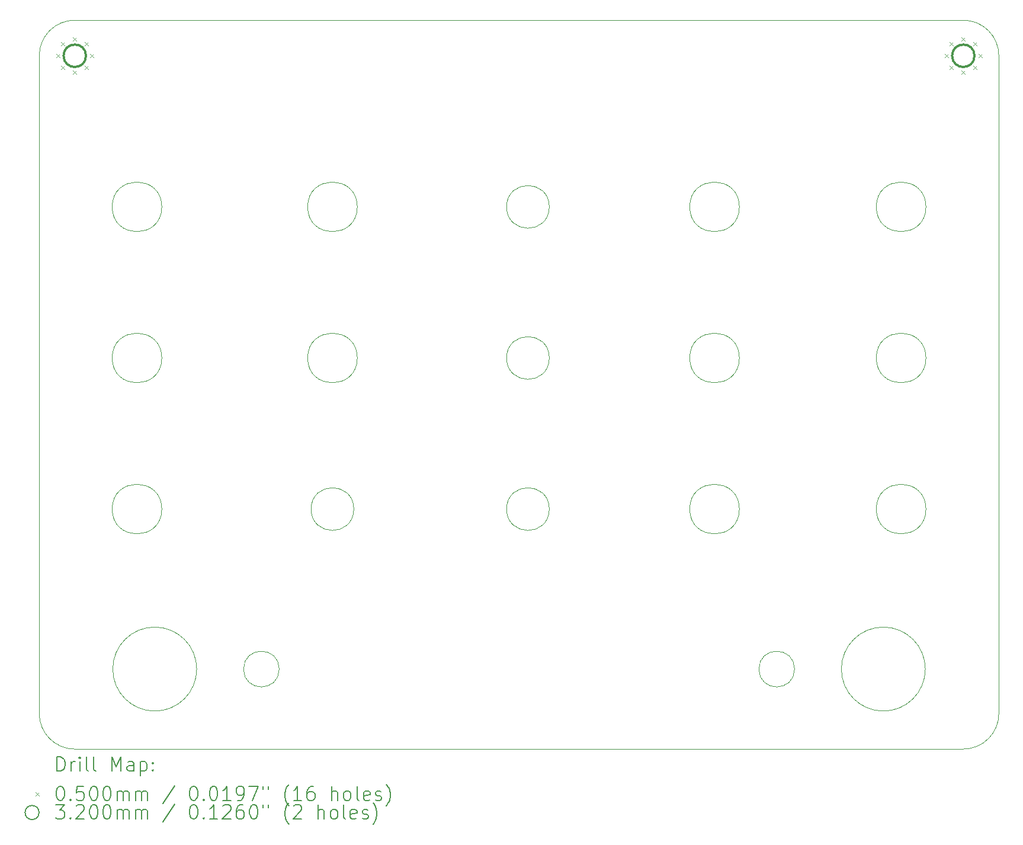
<source format=gbr>
%FSLAX45Y45*%
G04 Gerber Fmt 4.5, Leading zero omitted, Abs format (unit mm)*
G04 Created by KiCad (PCBNEW 6.0.6-3a73a75311~116~ubuntu22.04.1) date 2022-07-13 12:19:01*
%MOMM*%
%LPD*%
G01*
G04 APERTURE LIST*
%TA.AperFunction,Profile*%
%ADD10C,0.050000*%
%TD*%
%ADD11C,0.200000*%
%ADD12C,0.050000*%
%ADD13C,0.320000*%
G04 APERTURE END LIST*
D10*
X12179500Y-11684000D02*
G75*
G03*
X12179500Y-11684000I-305000J0D01*
G01*
X9934500Y-13970000D02*
G75*
G03*
X9934500Y-13970000I-600000J0D01*
G01*
X18479500Y-13970000D02*
G75*
G03*
X18479500Y-13970000I-255000J0D01*
G01*
X11113500Y-13970000D02*
G75*
G03*
X11113500Y-13970000I-255000J0D01*
G01*
X8191500Y-4699000D02*
X20891500Y-4699000D01*
X21399500Y-5207000D02*
G75*
G03*
X20891500Y-4699000I-508000J0D01*
G01*
X20357500Y-9525000D02*
G75*
G03*
X20357500Y-9525000I-355000J0D01*
G01*
X7683500Y-14605000D02*
G75*
G03*
X8191500Y-15113000I508000J0D01*
G01*
X17690500Y-11684000D02*
G75*
G03*
X17690500Y-11684000I-355000J0D01*
G01*
X9435500Y-9525000D02*
G75*
G03*
X9435500Y-9525000I-355000J0D01*
G01*
X12229500Y-9525000D02*
G75*
G03*
X12229500Y-9525000I-355000J0D01*
G01*
X7683500Y-14605000D02*
X7683500Y-5207000D01*
X14973500Y-7366000D02*
G75*
G03*
X14973500Y-7366000I-305000J0D01*
G01*
X21399500Y-5207000D02*
X21399500Y-14605000D01*
X8191500Y-4699000D02*
G75*
G03*
X7683500Y-5207000I0J-508000D01*
G01*
X9435500Y-7366000D02*
G75*
G03*
X9435500Y-7366000I-355000J0D01*
G01*
X20891500Y-15113000D02*
X8191500Y-15113000D01*
X20348500Y-13970000D02*
G75*
G03*
X20348500Y-13970000I-600000J0D01*
G01*
X14973500Y-9525000D02*
G75*
G03*
X14973500Y-9525000I-305000J0D01*
G01*
X17690500Y-7366000D02*
G75*
G03*
X17690500Y-7366000I-355000J0D01*
G01*
X17690500Y-9525000D02*
G75*
G03*
X17690500Y-9525000I-355000J0D01*
G01*
X20891500Y-15113000D02*
G75*
G03*
X21399500Y-14605000I0J508000D01*
G01*
X9435500Y-11684000D02*
G75*
G03*
X9435500Y-11684000I-355000J0D01*
G01*
X14973500Y-11684000D02*
G75*
G03*
X14973500Y-11684000I-305000J0D01*
G01*
X20357500Y-7366000D02*
G75*
G03*
X20357500Y-7366000I-355000J0D01*
G01*
X12229500Y-7366000D02*
G75*
G03*
X12229500Y-7366000I-355000J0D01*
G01*
X20357500Y-11684000D02*
G75*
G03*
X20357500Y-11684000I-355000J0D01*
G01*
D11*
D12*
X7926500Y-5182000D02*
X7976500Y-5232000D01*
X7976500Y-5182000D02*
X7926500Y-5232000D01*
X7996794Y-5012294D02*
X8046794Y-5062294D01*
X8046794Y-5012294D02*
X7996794Y-5062294D01*
X7996794Y-5351706D02*
X8046794Y-5401706D01*
X8046794Y-5351706D02*
X7996794Y-5401706D01*
X8166500Y-4942000D02*
X8216500Y-4992000D01*
X8216500Y-4942000D02*
X8166500Y-4992000D01*
X8166500Y-5422000D02*
X8216500Y-5472000D01*
X8216500Y-5422000D02*
X8166500Y-5472000D01*
X8336206Y-5012294D02*
X8386206Y-5062294D01*
X8386206Y-5012294D02*
X8336206Y-5062294D01*
X8336206Y-5351706D02*
X8386206Y-5401706D01*
X8386206Y-5351706D02*
X8336206Y-5401706D01*
X8406500Y-5182000D02*
X8456500Y-5232000D01*
X8456500Y-5182000D02*
X8406500Y-5232000D01*
X20626500Y-5182000D02*
X20676500Y-5232000D01*
X20676500Y-5182000D02*
X20626500Y-5232000D01*
X20696794Y-5012294D02*
X20746794Y-5062294D01*
X20746794Y-5012294D02*
X20696794Y-5062294D01*
X20696794Y-5351706D02*
X20746794Y-5401706D01*
X20746794Y-5351706D02*
X20696794Y-5401706D01*
X20866500Y-4942000D02*
X20916500Y-4992000D01*
X20916500Y-4942000D02*
X20866500Y-4992000D01*
X20866500Y-5422000D02*
X20916500Y-5472000D01*
X20916500Y-5422000D02*
X20866500Y-5472000D01*
X21036206Y-5012294D02*
X21086206Y-5062294D01*
X21086206Y-5012294D02*
X21036206Y-5062294D01*
X21036206Y-5351706D02*
X21086206Y-5401706D01*
X21086206Y-5351706D02*
X21036206Y-5401706D01*
X21106500Y-5182000D02*
X21156500Y-5232000D01*
X21156500Y-5182000D02*
X21106500Y-5232000D01*
D13*
X8351500Y-5207000D02*
G75*
G03*
X8351500Y-5207000I-160000J0D01*
G01*
X21051500Y-5207000D02*
G75*
G03*
X21051500Y-5207000I-160000J0D01*
G01*
D11*
X7938619Y-15425976D02*
X7938619Y-15225976D01*
X7986238Y-15225976D01*
X8014809Y-15235500D01*
X8033857Y-15254548D01*
X8043381Y-15273595D01*
X8052905Y-15311690D01*
X8052905Y-15340262D01*
X8043381Y-15378357D01*
X8033857Y-15397405D01*
X8014809Y-15416452D01*
X7986238Y-15425976D01*
X7938619Y-15425976D01*
X8138619Y-15425976D02*
X8138619Y-15292643D01*
X8138619Y-15330738D02*
X8148143Y-15311690D01*
X8157667Y-15302167D01*
X8176714Y-15292643D01*
X8195762Y-15292643D01*
X8262428Y-15425976D02*
X8262428Y-15292643D01*
X8262428Y-15225976D02*
X8252905Y-15235500D01*
X8262428Y-15245024D01*
X8271952Y-15235500D01*
X8262428Y-15225976D01*
X8262428Y-15245024D01*
X8386238Y-15425976D02*
X8367190Y-15416452D01*
X8357667Y-15397405D01*
X8357667Y-15225976D01*
X8491000Y-15425976D02*
X8471952Y-15416452D01*
X8462429Y-15397405D01*
X8462429Y-15225976D01*
X8719571Y-15425976D02*
X8719571Y-15225976D01*
X8786238Y-15368833D01*
X8852905Y-15225976D01*
X8852905Y-15425976D01*
X9033857Y-15425976D02*
X9033857Y-15321214D01*
X9024333Y-15302167D01*
X9005286Y-15292643D01*
X8967190Y-15292643D01*
X8948143Y-15302167D01*
X9033857Y-15416452D02*
X9014810Y-15425976D01*
X8967190Y-15425976D01*
X8948143Y-15416452D01*
X8938619Y-15397405D01*
X8938619Y-15378357D01*
X8948143Y-15359309D01*
X8967190Y-15349786D01*
X9014810Y-15349786D01*
X9033857Y-15340262D01*
X9129095Y-15292643D02*
X9129095Y-15492643D01*
X9129095Y-15302167D02*
X9148143Y-15292643D01*
X9186238Y-15292643D01*
X9205286Y-15302167D01*
X9214810Y-15311690D01*
X9224333Y-15330738D01*
X9224333Y-15387881D01*
X9214810Y-15406928D01*
X9205286Y-15416452D01*
X9186238Y-15425976D01*
X9148143Y-15425976D01*
X9129095Y-15416452D01*
X9310048Y-15406928D02*
X9319571Y-15416452D01*
X9310048Y-15425976D01*
X9300524Y-15416452D01*
X9310048Y-15406928D01*
X9310048Y-15425976D01*
X9310048Y-15302167D02*
X9319571Y-15311690D01*
X9310048Y-15321214D01*
X9300524Y-15311690D01*
X9310048Y-15302167D01*
X9310048Y-15321214D01*
D12*
X7631000Y-15730500D02*
X7681000Y-15780500D01*
X7681000Y-15730500D02*
X7631000Y-15780500D01*
D11*
X7976714Y-15645976D02*
X7995762Y-15645976D01*
X8014809Y-15655500D01*
X8024333Y-15665024D01*
X8033857Y-15684071D01*
X8043381Y-15722167D01*
X8043381Y-15769786D01*
X8033857Y-15807881D01*
X8024333Y-15826928D01*
X8014809Y-15836452D01*
X7995762Y-15845976D01*
X7976714Y-15845976D01*
X7957667Y-15836452D01*
X7948143Y-15826928D01*
X7938619Y-15807881D01*
X7929095Y-15769786D01*
X7929095Y-15722167D01*
X7938619Y-15684071D01*
X7948143Y-15665024D01*
X7957667Y-15655500D01*
X7976714Y-15645976D01*
X8129095Y-15826928D02*
X8138619Y-15836452D01*
X8129095Y-15845976D01*
X8119571Y-15836452D01*
X8129095Y-15826928D01*
X8129095Y-15845976D01*
X8319571Y-15645976D02*
X8224333Y-15645976D01*
X8214809Y-15741214D01*
X8224333Y-15731690D01*
X8243381Y-15722167D01*
X8291000Y-15722167D01*
X8310048Y-15731690D01*
X8319571Y-15741214D01*
X8329095Y-15760262D01*
X8329095Y-15807881D01*
X8319571Y-15826928D01*
X8310048Y-15836452D01*
X8291000Y-15845976D01*
X8243381Y-15845976D01*
X8224333Y-15836452D01*
X8214809Y-15826928D01*
X8452905Y-15645976D02*
X8471952Y-15645976D01*
X8491000Y-15655500D01*
X8500524Y-15665024D01*
X8510048Y-15684071D01*
X8519571Y-15722167D01*
X8519571Y-15769786D01*
X8510048Y-15807881D01*
X8500524Y-15826928D01*
X8491000Y-15836452D01*
X8471952Y-15845976D01*
X8452905Y-15845976D01*
X8433857Y-15836452D01*
X8424333Y-15826928D01*
X8414810Y-15807881D01*
X8405286Y-15769786D01*
X8405286Y-15722167D01*
X8414810Y-15684071D01*
X8424333Y-15665024D01*
X8433857Y-15655500D01*
X8452905Y-15645976D01*
X8643381Y-15645976D02*
X8662429Y-15645976D01*
X8681476Y-15655500D01*
X8691000Y-15665024D01*
X8700524Y-15684071D01*
X8710048Y-15722167D01*
X8710048Y-15769786D01*
X8700524Y-15807881D01*
X8691000Y-15826928D01*
X8681476Y-15836452D01*
X8662429Y-15845976D01*
X8643381Y-15845976D01*
X8624333Y-15836452D01*
X8614810Y-15826928D01*
X8605286Y-15807881D01*
X8595762Y-15769786D01*
X8595762Y-15722167D01*
X8605286Y-15684071D01*
X8614810Y-15665024D01*
X8624333Y-15655500D01*
X8643381Y-15645976D01*
X8795762Y-15845976D02*
X8795762Y-15712643D01*
X8795762Y-15731690D02*
X8805286Y-15722167D01*
X8824333Y-15712643D01*
X8852905Y-15712643D01*
X8871952Y-15722167D01*
X8881476Y-15741214D01*
X8881476Y-15845976D01*
X8881476Y-15741214D02*
X8891000Y-15722167D01*
X8910048Y-15712643D01*
X8938619Y-15712643D01*
X8957667Y-15722167D01*
X8967190Y-15741214D01*
X8967190Y-15845976D01*
X9062429Y-15845976D02*
X9062429Y-15712643D01*
X9062429Y-15731690D02*
X9071952Y-15722167D01*
X9091000Y-15712643D01*
X9119571Y-15712643D01*
X9138619Y-15722167D01*
X9148143Y-15741214D01*
X9148143Y-15845976D01*
X9148143Y-15741214D02*
X9157667Y-15722167D01*
X9176714Y-15712643D01*
X9205286Y-15712643D01*
X9224333Y-15722167D01*
X9233857Y-15741214D01*
X9233857Y-15845976D01*
X9624333Y-15636452D02*
X9452905Y-15893595D01*
X9881476Y-15645976D02*
X9900524Y-15645976D01*
X9919571Y-15655500D01*
X9929095Y-15665024D01*
X9938619Y-15684071D01*
X9948143Y-15722167D01*
X9948143Y-15769786D01*
X9938619Y-15807881D01*
X9929095Y-15826928D01*
X9919571Y-15836452D01*
X9900524Y-15845976D01*
X9881476Y-15845976D01*
X9862429Y-15836452D01*
X9852905Y-15826928D01*
X9843381Y-15807881D01*
X9833857Y-15769786D01*
X9833857Y-15722167D01*
X9843381Y-15684071D01*
X9852905Y-15665024D01*
X9862429Y-15655500D01*
X9881476Y-15645976D01*
X10033857Y-15826928D02*
X10043381Y-15836452D01*
X10033857Y-15845976D01*
X10024333Y-15836452D01*
X10033857Y-15826928D01*
X10033857Y-15845976D01*
X10167190Y-15645976D02*
X10186238Y-15645976D01*
X10205286Y-15655500D01*
X10214810Y-15665024D01*
X10224333Y-15684071D01*
X10233857Y-15722167D01*
X10233857Y-15769786D01*
X10224333Y-15807881D01*
X10214810Y-15826928D01*
X10205286Y-15836452D01*
X10186238Y-15845976D01*
X10167190Y-15845976D01*
X10148143Y-15836452D01*
X10138619Y-15826928D01*
X10129095Y-15807881D01*
X10119571Y-15769786D01*
X10119571Y-15722167D01*
X10129095Y-15684071D01*
X10138619Y-15665024D01*
X10148143Y-15655500D01*
X10167190Y-15645976D01*
X10424333Y-15845976D02*
X10310048Y-15845976D01*
X10367190Y-15845976D02*
X10367190Y-15645976D01*
X10348143Y-15674548D01*
X10329095Y-15693595D01*
X10310048Y-15703119D01*
X10519571Y-15845976D02*
X10557667Y-15845976D01*
X10576714Y-15836452D01*
X10586238Y-15826928D01*
X10605286Y-15798357D01*
X10614810Y-15760262D01*
X10614810Y-15684071D01*
X10605286Y-15665024D01*
X10595762Y-15655500D01*
X10576714Y-15645976D01*
X10538619Y-15645976D01*
X10519571Y-15655500D01*
X10510048Y-15665024D01*
X10500524Y-15684071D01*
X10500524Y-15731690D01*
X10510048Y-15750738D01*
X10519571Y-15760262D01*
X10538619Y-15769786D01*
X10576714Y-15769786D01*
X10595762Y-15760262D01*
X10605286Y-15750738D01*
X10614810Y-15731690D01*
X10681476Y-15645976D02*
X10814810Y-15645976D01*
X10729095Y-15845976D01*
X10881476Y-15645976D02*
X10881476Y-15684071D01*
X10957667Y-15645976D02*
X10957667Y-15684071D01*
X11252905Y-15922167D02*
X11243381Y-15912643D01*
X11224333Y-15884071D01*
X11214809Y-15865024D01*
X11205286Y-15836452D01*
X11195762Y-15788833D01*
X11195762Y-15750738D01*
X11205286Y-15703119D01*
X11214809Y-15674548D01*
X11224333Y-15655500D01*
X11243381Y-15626928D01*
X11252905Y-15617405D01*
X11433857Y-15845976D02*
X11319571Y-15845976D01*
X11376714Y-15845976D02*
X11376714Y-15645976D01*
X11357667Y-15674548D01*
X11338619Y-15693595D01*
X11319571Y-15703119D01*
X11605286Y-15645976D02*
X11567190Y-15645976D01*
X11548143Y-15655500D01*
X11538619Y-15665024D01*
X11519571Y-15693595D01*
X11510048Y-15731690D01*
X11510048Y-15807881D01*
X11519571Y-15826928D01*
X11529095Y-15836452D01*
X11548143Y-15845976D01*
X11586238Y-15845976D01*
X11605286Y-15836452D01*
X11614809Y-15826928D01*
X11624333Y-15807881D01*
X11624333Y-15760262D01*
X11614809Y-15741214D01*
X11605286Y-15731690D01*
X11586238Y-15722167D01*
X11548143Y-15722167D01*
X11529095Y-15731690D01*
X11519571Y-15741214D01*
X11510048Y-15760262D01*
X11862428Y-15845976D02*
X11862428Y-15645976D01*
X11948143Y-15845976D02*
X11948143Y-15741214D01*
X11938619Y-15722167D01*
X11919571Y-15712643D01*
X11891000Y-15712643D01*
X11871952Y-15722167D01*
X11862428Y-15731690D01*
X12071952Y-15845976D02*
X12052905Y-15836452D01*
X12043381Y-15826928D01*
X12033857Y-15807881D01*
X12033857Y-15750738D01*
X12043381Y-15731690D01*
X12052905Y-15722167D01*
X12071952Y-15712643D01*
X12100524Y-15712643D01*
X12119571Y-15722167D01*
X12129095Y-15731690D01*
X12138619Y-15750738D01*
X12138619Y-15807881D01*
X12129095Y-15826928D01*
X12119571Y-15836452D01*
X12100524Y-15845976D01*
X12071952Y-15845976D01*
X12252905Y-15845976D02*
X12233857Y-15836452D01*
X12224333Y-15817405D01*
X12224333Y-15645976D01*
X12405286Y-15836452D02*
X12386238Y-15845976D01*
X12348143Y-15845976D01*
X12329095Y-15836452D01*
X12319571Y-15817405D01*
X12319571Y-15741214D01*
X12329095Y-15722167D01*
X12348143Y-15712643D01*
X12386238Y-15712643D01*
X12405286Y-15722167D01*
X12414809Y-15741214D01*
X12414809Y-15760262D01*
X12319571Y-15779309D01*
X12491000Y-15836452D02*
X12510048Y-15845976D01*
X12548143Y-15845976D01*
X12567190Y-15836452D01*
X12576714Y-15817405D01*
X12576714Y-15807881D01*
X12567190Y-15788833D01*
X12548143Y-15779309D01*
X12519571Y-15779309D01*
X12500524Y-15769786D01*
X12491000Y-15750738D01*
X12491000Y-15741214D01*
X12500524Y-15722167D01*
X12519571Y-15712643D01*
X12548143Y-15712643D01*
X12567190Y-15722167D01*
X12643381Y-15922167D02*
X12652905Y-15912643D01*
X12671952Y-15884071D01*
X12681476Y-15865024D01*
X12691000Y-15836452D01*
X12700524Y-15788833D01*
X12700524Y-15750738D01*
X12691000Y-15703119D01*
X12681476Y-15674548D01*
X12671952Y-15655500D01*
X12652905Y-15626928D01*
X12643381Y-15617405D01*
X7681000Y-16019500D02*
G75*
G03*
X7681000Y-16019500I-100000J0D01*
G01*
X7919571Y-15909976D02*
X8043381Y-15909976D01*
X7976714Y-15986167D01*
X8005286Y-15986167D01*
X8024333Y-15995690D01*
X8033857Y-16005214D01*
X8043381Y-16024262D01*
X8043381Y-16071881D01*
X8033857Y-16090928D01*
X8024333Y-16100452D01*
X8005286Y-16109976D01*
X7948143Y-16109976D01*
X7929095Y-16100452D01*
X7919571Y-16090928D01*
X8129095Y-16090928D02*
X8138619Y-16100452D01*
X8129095Y-16109976D01*
X8119571Y-16100452D01*
X8129095Y-16090928D01*
X8129095Y-16109976D01*
X8214809Y-15929024D02*
X8224333Y-15919500D01*
X8243381Y-15909976D01*
X8291000Y-15909976D01*
X8310048Y-15919500D01*
X8319571Y-15929024D01*
X8329095Y-15948071D01*
X8329095Y-15967119D01*
X8319571Y-15995690D01*
X8205286Y-16109976D01*
X8329095Y-16109976D01*
X8452905Y-15909976D02*
X8471952Y-15909976D01*
X8491000Y-15919500D01*
X8500524Y-15929024D01*
X8510048Y-15948071D01*
X8519571Y-15986167D01*
X8519571Y-16033786D01*
X8510048Y-16071881D01*
X8500524Y-16090928D01*
X8491000Y-16100452D01*
X8471952Y-16109976D01*
X8452905Y-16109976D01*
X8433857Y-16100452D01*
X8424333Y-16090928D01*
X8414810Y-16071881D01*
X8405286Y-16033786D01*
X8405286Y-15986167D01*
X8414810Y-15948071D01*
X8424333Y-15929024D01*
X8433857Y-15919500D01*
X8452905Y-15909976D01*
X8643381Y-15909976D02*
X8662429Y-15909976D01*
X8681476Y-15919500D01*
X8691000Y-15929024D01*
X8700524Y-15948071D01*
X8710048Y-15986167D01*
X8710048Y-16033786D01*
X8700524Y-16071881D01*
X8691000Y-16090928D01*
X8681476Y-16100452D01*
X8662429Y-16109976D01*
X8643381Y-16109976D01*
X8624333Y-16100452D01*
X8614810Y-16090928D01*
X8605286Y-16071881D01*
X8595762Y-16033786D01*
X8595762Y-15986167D01*
X8605286Y-15948071D01*
X8614810Y-15929024D01*
X8624333Y-15919500D01*
X8643381Y-15909976D01*
X8795762Y-16109976D02*
X8795762Y-15976643D01*
X8795762Y-15995690D02*
X8805286Y-15986167D01*
X8824333Y-15976643D01*
X8852905Y-15976643D01*
X8871952Y-15986167D01*
X8881476Y-16005214D01*
X8881476Y-16109976D01*
X8881476Y-16005214D02*
X8891000Y-15986167D01*
X8910048Y-15976643D01*
X8938619Y-15976643D01*
X8957667Y-15986167D01*
X8967190Y-16005214D01*
X8967190Y-16109976D01*
X9062429Y-16109976D02*
X9062429Y-15976643D01*
X9062429Y-15995690D02*
X9071952Y-15986167D01*
X9091000Y-15976643D01*
X9119571Y-15976643D01*
X9138619Y-15986167D01*
X9148143Y-16005214D01*
X9148143Y-16109976D01*
X9148143Y-16005214D02*
X9157667Y-15986167D01*
X9176714Y-15976643D01*
X9205286Y-15976643D01*
X9224333Y-15986167D01*
X9233857Y-16005214D01*
X9233857Y-16109976D01*
X9624333Y-15900452D02*
X9452905Y-16157595D01*
X9881476Y-15909976D02*
X9900524Y-15909976D01*
X9919571Y-15919500D01*
X9929095Y-15929024D01*
X9938619Y-15948071D01*
X9948143Y-15986167D01*
X9948143Y-16033786D01*
X9938619Y-16071881D01*
X9929095Y-16090928D01*
X9919571Y-16100452D01*
X9900524Y-16109976D01*
X9881476Y-16109976D01*
X9862429Y-16100452D01*
X9852905Y-16090928D01*
X9843381Y-16071881D01*
X9833857Y-16033786D01*
X9833857Y-15986167D01*
X9843381Y-15948071D01*
X9852905Y-15929024D01*
X9862429Y-15919500D01*
X9881476Y-15909976D01*
X10033857Y-16090928D02*
X10043381Y-16100452D01*
X10033857Y-16109976D01*
X10024333Y-16100452D01*
X10033857Y-16090928D01*
X10033857Y-16109976D01*
X10233857Y-16109976D02*
X10119571Y-16109976D01*
X10176714Y-16109976D02*
X10176714Y-15909976D01*
X10157667Y-15938548D01*
X10138619Y-15957595D01*
X10119571Y-15967119D01*
X10310048Y-15929024D02*
X10319571Y-15919500D01*
X10338619Y-15909976D01*
X10386238Y-15909976D01*
X10405286Y-15919500D01*
X10414810Y-15929024D01*
X10424333Y-15948071D01*
X10424333Y-15967119D01*
X10414810Y-15995690D01*
X10300524Y-16109976D01*
X10424333Y-16109976D01*
X10595762Y-15909976D02*
X10557667Y-15909976D01*
X10538619Y-15919500D01*
X10529095Y-15929024D01*
X10510048Y-15957595D01*
X10500524Y-15995690D01*
X10500524Y-16071881D01*
X10510048Y-16090928D01*
X10519571Y-16100452D01*
X10538619Y-16109976D01*
X10576714Y-16109976D01*
X10595762Y-16100452D01*
X10605286Y-16090928D01*
X10614810Y-16071881D01*
X10614810Y-16024262D01*
X10605286Y-16005214D01*
X10595762Y-15995690D01*
X10576714Y-15986167D01*
X10538619Y-15986167D01*
X10519571Y-15995690D01*
X10510048Y-16005214D01*
X10500524Y-16024262D01*
X10738619Y-15909976D02*
X10757667Y-15909976D01*
X10776714Y-15919500D01*
X10786238Y-15929024D01*
X10795762Y-15948071D01*
X10805286Y-15986167D01*
X10805286Y-16033786D01*
X10795762Y-16071881D01*
X10786238Y-16090928D01*
X10776714Y-16100452D01*
X10757667Y-16109976D01*
X10738619Y-16109976D01*
X10719571Y-16100452D01*
X10710048Y-16090928D01*
X10700524Y-16071881D01*
X10691000Y-16033786D01*
X10691000Y-15986167D01*
X10700524Y-15948071D01*
X10710048Y-15929024D01*
X10719571Y-15919500D01*
X10738619Y-15909976D01*
X10881476Y-15909976D02*
X10881476Y-15948071D01*
X10957667Y-15909976D02*
X10957667Y-15948071D01*
X11252905Y-16186167D02*
X11243381Y-16176643D01*
X11224333Y-16148071D01*
X11214809Y-16129024D01*
X11205286Y-16100452D01*
X11195762Y-16052833D01*
X11195762Y-16014738D01*
X11205286Y-15967119D01*
X11214809Y-15938548D01*
X11224333Y-15919500D01*
X11243381Y-15890928D01*
X11252905Y-15881405D01*
X11319571Y-15929024D02*
X11329095Y-15919500D01*
X11348143Y-15909976D01*
X11395762Y-15909976D01*
X11414809Y-15919500D01*
X11424333Y-15929024D01*
X11433857Y-15948071D01*
X11433857Y-15967119D01*
X11424333Y-15995690D01*
X11310048Y-16109976D01*
X11433857Y-16109976D01*
X11671952Y-16109976D02*
X11671952Y-15909976D01*
X11757667Y-16109976D02*
X11757667Y-16005214D01*
X11748143Y-15986167D01*
X11729095Y-15976643D01*
X11700524Y-15976643D01*
X11681476Y-15986167D01*
X11671952Y-15995690D01*
X11881476Y-16109976D02*
X11862428Y-16100452D01*
X11852905Y-16090928D01*
X11843381Y-16071881D01*
X11843381Y-16014738D01*
X11852905Y-15995690D01*
X11862428Y-15986167D01*
X11881476Y-15976643D01*
X11910048Y-15976643D01*
X11929095Y-15986167D01*
X11938619Y-15995690D01*
X11948143Y-16014738D01*
X11948143Y-16071881D01*
X11938619Y-16090928D01*
X11929095Y-16100452D01*
X11910048Y-16109976D01*
X11881476Y-16109976D01*
X12062428Y-16109976D02*
X12043381Y-16100452D01*
X12033857Y-16081405D01*
X12033857Y-15909976D01*
X12214809Y-16100452D02*
X12195762Y-16109976D01*
X12157667Y-16109976D01*
X12138619Y-16100452D01*
X12129095Y-16081405D01*
X12129095Y-16005214D01*
X12138619Y-15986167D01*
X12157667Y-15976643D01*
X12195762Y-15976643D01*
X12214809Y-15986167D01*
X12224333Y-16005214D01*
X12224333Y-16024262D01*
X12129095Y-16043309D01*
X12300524Y-16100452D02*
X12319571Y-16109976D01*
X12357667Y-16109976D01*
X12376714Y-16100452D01*
X12386238Y-16081405D01*
X12386238Y-16071881D01*
X12376714Y-16052833D01*
X12357667Y-16043309D01*
X12329095Y-16043309D01*
X12310048Y-16033786D01*
X12300524Y-16014738D01*
X12300524Y-16005214D01*
X12310048Y-15986167D01*
X12329095Y-15976643D01*
X12357667Y-15976643D01*
X12376714Y-15986167D01*
X12452905Y-16186167D02*
X12462428Y-16176643D01*
X12481476Y-16148071D01*
X12491000Y-16129024D01*
X12500524Y-16100452D01*
X12510048Y-16052833D01*
X12510048Y-16014738D01*
X12500524Y-15967119D01*
X12491000Y-15938548D01*
X12481476Y-15919500D01*
X12462428Y-15890928D01*
X12452905Y-15881405D01*
M02*

</source>
